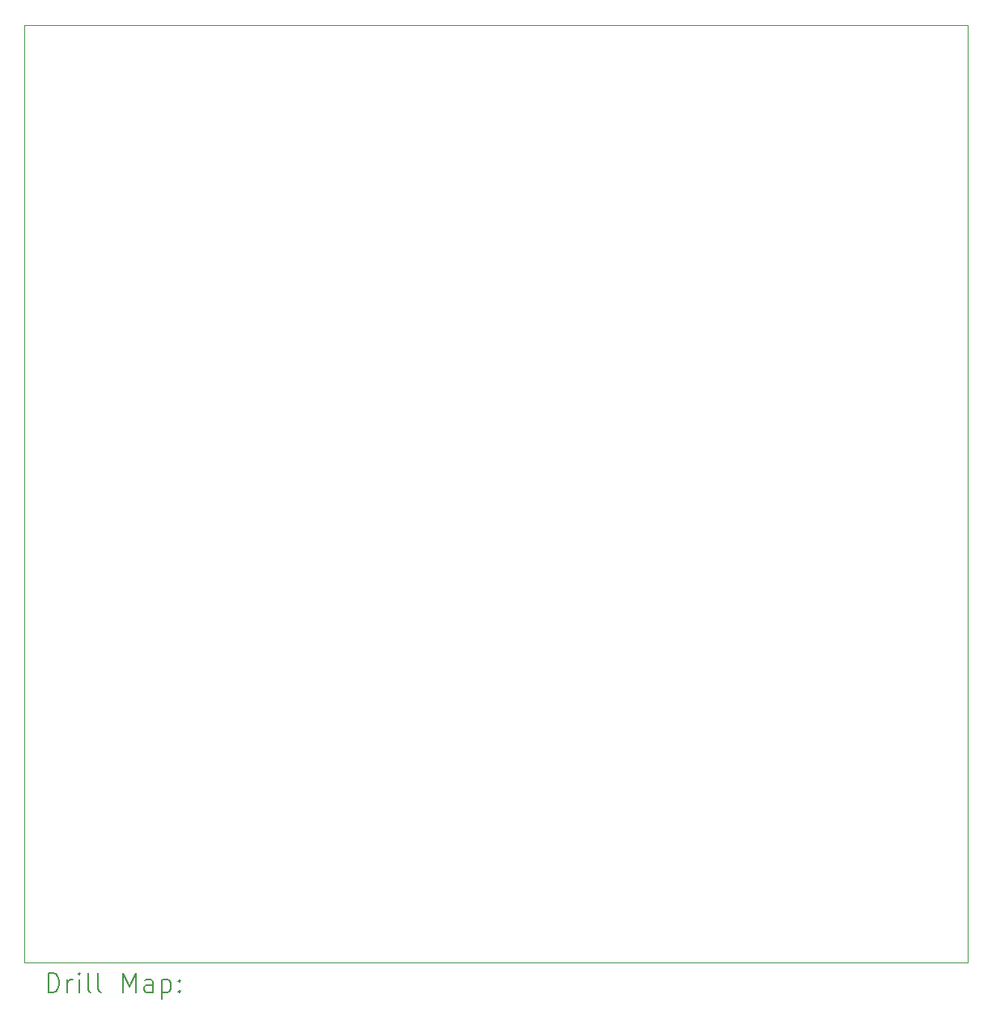
<source format=gbr>
%FSLAX45Y45*%
G04 Gerber Fmt 4.5, Leading zero omitted, Abs format (unit mm)*
G04 Created by KiCad (PCBNEW (6.0.1)) date 2022-06-06 21:42:32*
%MOMM*%
%LPD*%
G01*
G04 APERTURE LIST*
%TA.AperFunction,Profile*%
%ADD10C,0.100000*%
%TD*%
%ADD11C,0.200000*%
G04 APERTURE END LIST*
D10*
X5422900Y-6474460D02*
X15298420Y-6474460D01*
X15298420Y-6474460D02*
X15298420Y-16276320D01*
X15298420Y-16276320D02*
X5422900Y-16276320D01*
X5422900Y-16276320D02*
X5422900Y-6474460D01*
D11*
X5675519Y-16591796D02*
X5675519Y-16391796D01*
X5723138Y-16391796D01*
X5751709Y-16401320D01*
X5770757Y-16420368D01*
X5780281Y-16439415D01*
X5789805Y-16477510D01*
X5789805Y-16506082D01*
X5780281Y-16544177D01*
X5770757Y-16563225D01*
X5751709Y-16582272D01*
X5723138Y-16591796D01*
X5675519Y-16591796D01*
X5875519Y-16591796D02*
X5875519Y-16458463D01*
X5875519Y-16496558D02*
X5885043Y-16477510D01*
X5894567Y-16467987D01*
X5913614Y-16458463D01*
X5932662Y-16458463D01*
X5999328Y-16591796D02*
X5999328Y-16458463D01*
X5999328Y-16391796D02*
X5989805Y-16401320D01*
X5999328Y-16410844D01*
X6008852Y-16401320D01*
X5999328Y-16391796D01*
X5999328Y-16410844D01*
X6123138Y-16591796D02*
X6104090Y-16582272D01*
X6094567Y-16563225D01*
X6094567Y-16391796D01*
X6227900Y-16591796D02*
X6208852Y-16582272D01*
X6199328Y-16563225D01*
X6199328Y-16391796D01*
X6456471Y-16591796D02*
X6456471Y-16391796D01*
X6523138Y-16534653D01*
X6589805Y-16391796D01*
X6589805Y-16591796D01*
X6770757Y-16591796D02*
X6770757Y-16487034D01*
X6761233Y-16467987D01*
X6742186Y-16458463D01*
X6704090Y-16458463D01*
X6685043Y-16467987D01*
X6770757Y-16582272D02*
X6751709Y-16591796D01*
X6704090Y-16591796D01*
X6685043Y-16582272D01*
X6675519Y-16563225D01*
X6675519Y-16544177D01*
X6685043Y-16525129D01*
X6704090Y-16515606D01*
X6751709Y-16515606D01*
X6770757Y-16506082D01*
X6865995Y-16458463D02*
X6865995Y-16658463D01*
X6865995Y-16467987D02*
X6885043Y-16458463D01*
X6923138Y-16458463D01*
X6942186Y-16467987D01*
X6951709Y-16477510D01*
X6961233Y-16496558D01*
X6961233Y-16553701D01*
X6951709Y-16572748D01*
X6942186Y-16582272D01*
X6923138Y-16591796D01*
X6885043Y-16591796D01*
X6865995Y-16582272D01*
X7046948Y-16572748D02*
X7056471Y-16582272D01*
X7046948Y-16591796D01*
X7037424Y-16582272D01*
X7046948Y-16572748D01*
X7046948Y-16591796D01*
X7046948Y-16467987D02*
X7056471Y-16477510D01*
X7046948Y-16487034D01*
X7037424Y-16477510D01*
X7046948Y-16467987D01*
X7046948Y-16487034D01*
M02*

</source>
